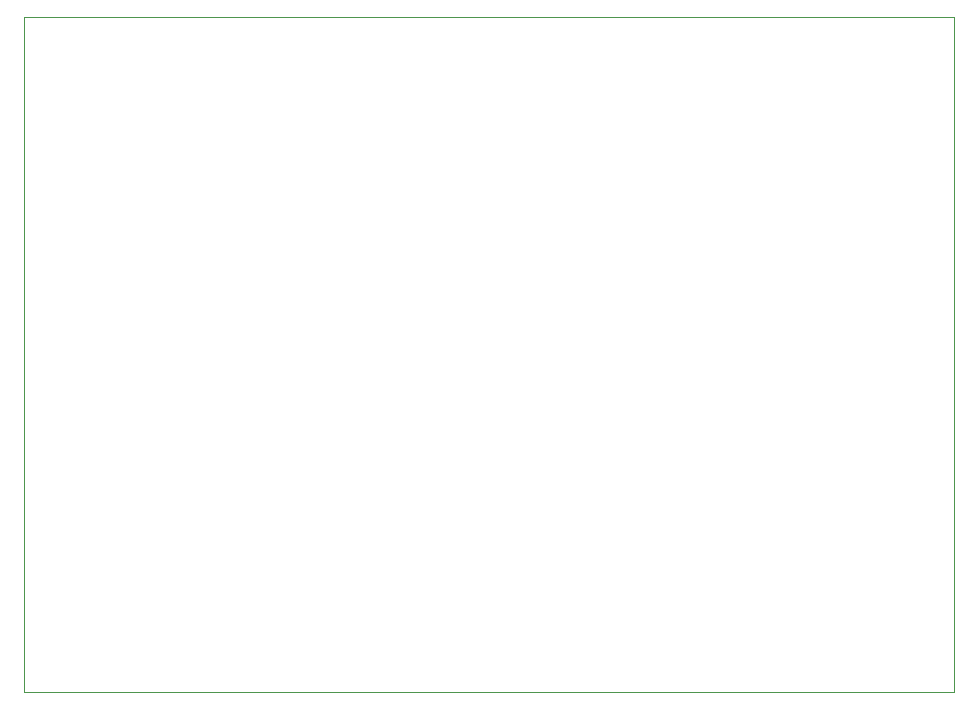
<source format=gbr>
G04 #@! TF.GenerationSoftware,KiCad,Pcbnew,(5.1.2)-1*
G04 #@! TF.CreationDate,2019-05-23T00:03:13+02:00*
G04 #@! TF.ProjectId,DualStepperI2C_PCB_2,4475616c-5374-4657-9070-65724932435f,rev?*
G04 #@! TF.SameCoordinates,Original*
G04 #@! TF.FileFunction,Profile,NP*
%FSLAX46Y46*%
G04 Gerber Fmt 4.6, Leading zero omitted, Abs format (unit mm)*
G04 Created by KiCad (PCBNEW (5.1.2)-1) date 2019-05-23 00:03:13*
%MOMM*%
%LPD*%
G04 APERTURE LIST*
%ADD10C,0.050000*%
G04 APERTURE END LIST*
D10*
X156210000Y-110490000D02*
X156210000Y-53340000D01*
X234950000Y-110490000D02*
X156210000Y-110490000D01*
X234950000Y-53340000D02*
X234950000Y-110490000D01*
X156210000Y-53340000D02*
X234950000Y-53340000D01*
M02*

</source>
